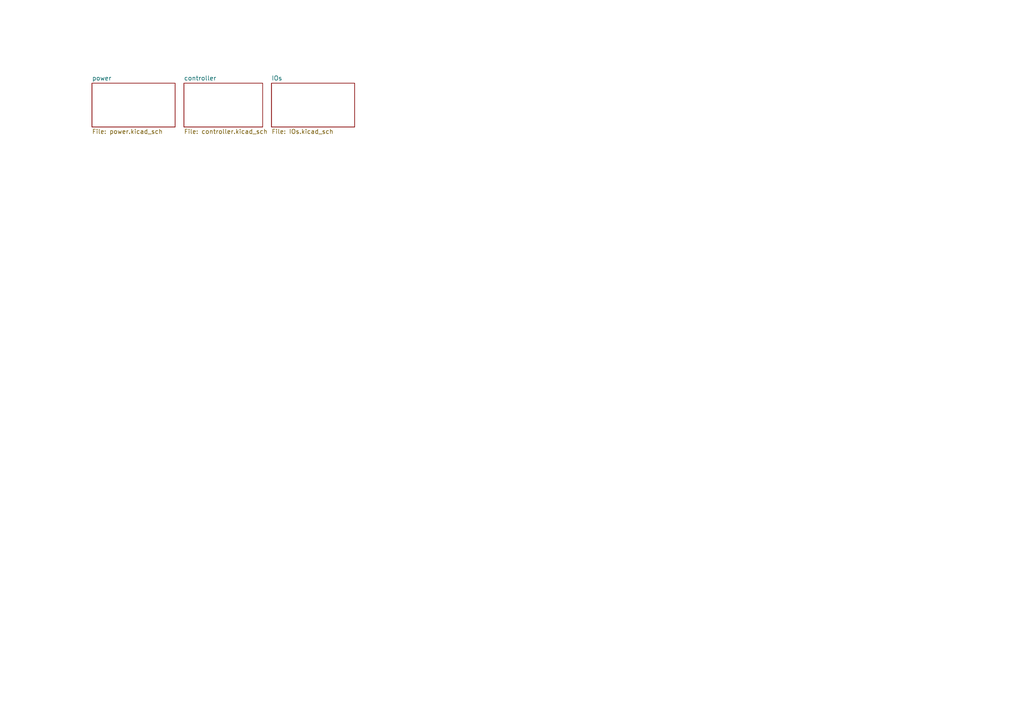
<source format=kicad_sch>
(kicad_sch (version 20211123) (generator eeschema)
  (paper "A4")
  (lib_symbols)
  (sheet (at 78.74 24.13) (size 24.13 12.7) (stroke (width 0.1524))
    (property "Sheet name" "IOs" (at 78.74 23.4184 0) (effects (justify left bottom)))
    (property "Sheet file" "IOs.kicad_sch" (at 78.74 37.4146 0) (effects (justify left top)))
  )
  (sheet (at 26.67 24.13) (size 24.13 12.7) (stroke (width 0.1524))
    (property "Sheet name" "power" (at 26.67 23.4184 0) (effects (justify left bottom)))
    (property "Sheet file" "power.kicad_sch" (at 26.67 37.4146 0) (effects (justify left top)))
  )
  (sheet (at 53.34 24.13) (size 22.86 12.7) (stroke (width 0.1524))
    (property "Sheet name" "controller" (at 53.34 23.4184 0) (effects (justify left bottom)))
    (property "Sheet file" "controller.kicad_sch" (at 53.34 37.4146 0) (effects (justify left top)))
  )
)
</source>
